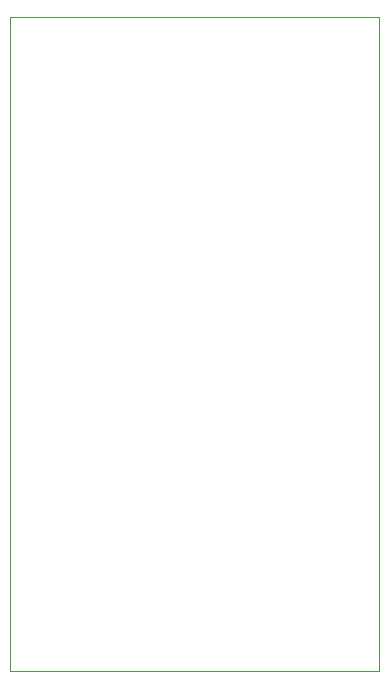
<source format=gm1>
G04 #@! TF.GenerationSoftware,KiCad,Pcbnew,(5.0.2)-1*
G04 #@! TF.CreationDate,2019-02-04T22:04:25-05:00*
G04 #@! TF.ProjectId,main,6d61696e-2e6b-4696-9361-645f70636258,rev?*
G04 #@! TF.SameCoordinates,Original*
G04 #@! TF.FileFunction,Profile,NP*
%FSLAX46Y46*%
G04 Gerber Fmt 4.6, Leading zero omitted, Abs format (unit mm)*
G04 Created by KiCad (PCBNEW (5.0.2)-1) date 2019-02-04 10:04:25 PM*
%MOMM*%
%LPD*%
G01*
G04 APERTURE LIST*
%ADD10C,0.100000*%
G04 APERTURE END LIST*
D10*
X137922000Y-55245000D02*
X137922000Y-110617000D01*
X169164000Y-55245000D02*
X137922000Y-55245000D01*
X169164000Y-110617000D02*
X169164000Y-55245000D01*
X137922000Y-110617000D02*
X169164000Y-110617000D01*
M02*

</source>
